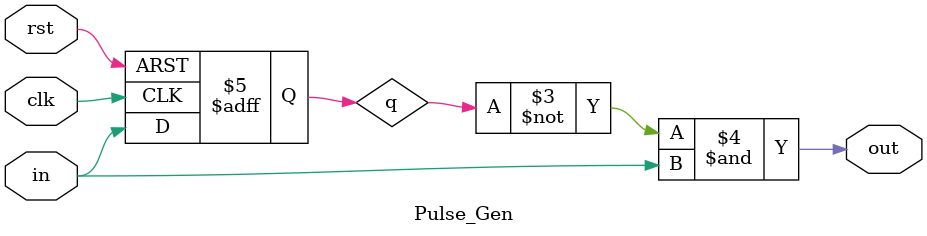
<source format=v>
module Pulse_Gen (clk,rst,in,out);
	
	input clk,rst;
	input in;
	output out;

	reg q;

	always @(posedge clk or negedge rst) begin
		if(!rst) begin
			q<=0;
		end
		else begin
			q<=in;
		end
	end

	assign out=(~q)&in;

endmodule
</source>
